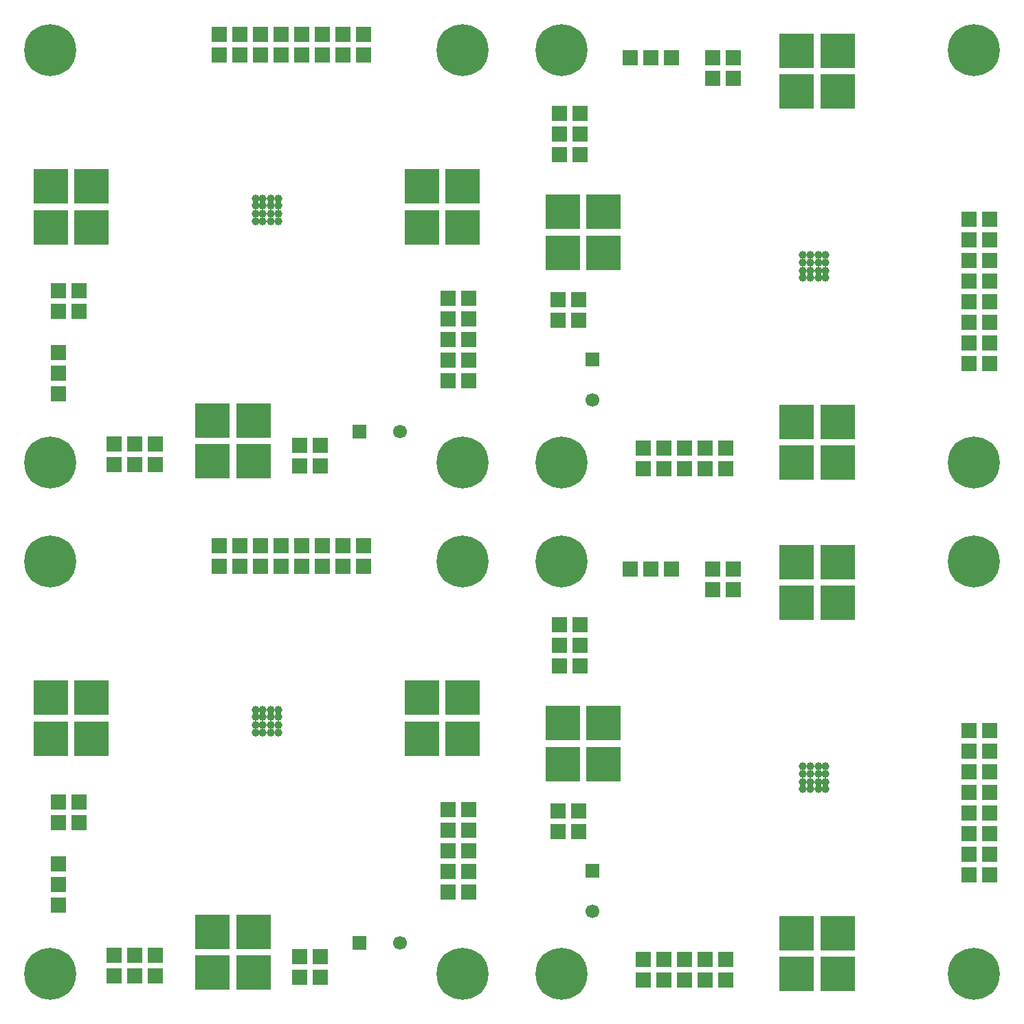
<source format=gbr>
G75*
G71*
%MOMM*%
%OFA0B0*%
%FSLAX53Y53*%
%IPPOS*%
%LPD*%
%ADD25C,1.00000*%
%ADD28C,1.70000*%
%ADD30C,6.40000*%
%ADD31R,4.21000X4.21000*%
%ADD33R,1.92400X1.92400*%
%ADD41C,0.15000*%
%ADD57R,1.70000X1.70000*%
X0000000Y0000000D02*
G01*
D41*
D57*
X0042926Y0008636D03*
D28*
X0047926Y0008636D03*
D33*
X0012637Y0004509D03*
X0012637Y0007049D03*
X0015177Y0004509D03*
X0015177Y0007049D03*
X0017717Y0004509D03*
X0017717Y0007049D03*
X0038097Y0006922D03*
X0038097Y0004382D03*
X0035560Y0006922D03*
X0035560Y0004382D03*
X0053848Y0025019D03*
X0056388Y0025019D03*
D31*
X0029845Y0004970D03*
X0029845Y0009970D03*
X0024765Y0004970D03*
X0024765Y0009970D03*
D33*
X0056388Y0022479D03*
X0053848Y0022479D03*
X0053848Y0019939D03*
X0056388Y0019939D03*
X0053848Y0017399D03*
X0056388Y0017399D03*
X0053848Y0014859D03*
X0056388Y0014859D03*
X0025654Y0057531D03*
X0025654Y0054991D03*
X0028194Y0057531D03*
X0028194Y0054991D03*
X0030734Y0054991D03*
X0030734Y0057531D03*
X0035814Y0057531D03*
X0035814Y0054991D03*
X0033274Y0057531D03*
X0033274Y0054991D03*
D31*
X0055626Y0033782D03*
X0050626Y0033782D03*
X0055626Y0038799D03*
X0050626Y0038799D03*
D33*
X0005779Y0018352D03*
X0005779Y0015812D03*
X0005779Y0013272D03*
X0008319Y0023432D03*
X0005779Y0023432D03*
X0040894Y0057531D03*
X0040894Y0054991D03*
X0038354Y0057531D03*
X0038354Y0054991D03*
X0008319Y0025972D03*
X0005779Y0025972D03*
X0043434Y0057531D03*
X0043434Y0054991D03*
D31*
X0004906Y0033782D03*
X0009906Y0033782D03*
X0004906Y0038799D03*
X0009906Y0038799D03*
D30*
X0055626Y0004826D03*
X0004826Y0055626D03*
X0055626Y0055626D03*
X0004826Y0004826D03*
D25*
X0032896Y0034541D03*
X0032896Y0035441D03*
X0032896Y0036441D03*
X0032896Y0037341D03*
X0031996Y0034541D03*
X0031996Y0035441D03*
X0031996Y0036441D03*
X0031996Y0037341D03*
X0030996Y0034541D03*
X0030996Y0035441D03*
X0030996Y0036441D03*
X0030996Y0037341D03*
X0030096Y0034541D03*
X0030096Y0035441D03*
X0030096Y0036441D03*
X0030096Y0037341D03*
X0000000Y0062990D02*
G01*
D41*
D57*
X0042926Y0071626D03*
D28*
X0047926Y0071626D03*
D33*
X0012637Y0067499D03*
X0012637Y0070039D03*
X0015177Y0067499D03*
X0015177Y0070039D03*
X0017717Y0067499D03*
X0017717Y0070039D03*
X0038097Y0069912D03*
X0038097Y0067372D03*
X0035560Y0069912D03*
X0035560Y0067372D03*
X0053848Y0088009D03*
X0056388Y0088009D03*
D31*
X0029845Y0067960D03*
X0029845Y0072960D03*
X0024765Y0067960D03*
X0024765Y0072960D03*
D33*
X0056388Y0085469D03*
X0053848Y0085469D03*
X0053848Y0082929D03*
X0056388Y0082929D03*
X0053848Y0080389D03*
X0056388Y0080389D03*
X0053848Y0077849D03*
X0056388Y0077849D03*
X0025654Y0120521D03*
X0025654Y0117981D03*
X0028194Y0120521D03*
X0028194Y0117981D03*
X0030734Y0117981D03*
X0030734Y0120521D03*
X0035814Y0120521D03*
X0035814Y0117981D03*
X0033274Y0120521D03*
X0033274Y0117981D03*
D31*
X0055626Y0096772D03*
X0050626Y0096772D03*
X0055626Y0101789D03*
X0050626Y0101789D03*
D33*
X0005779Y0081342D03*
X0005779Y0078802D03*
X0005779Y0076262D03*
X0008319Y0086422D03*
X0005779Y0086422D03*
X0040894Y0120521D03*
X0040894Y0117981D03*
X0038354Y0120521D03*
X0038354Y0117981D03*
X0008319Y0088962D03*
X0005779Y0088962D03*
X0043434Y0120521D03*
X0043434Y0117981D03*
D31*
X0004906Y0096772D03*
X0009906Y0096772D03*
X0004906Y0101789D03*
X0009906Y0101789D03*
D30*
X0055626Y0067816D03*
X0004826Y0118616D03*
X0055626Y0118616D03*
X0004826Y0067816D03*
D25*
X0032896Y0097531D03*
X0032896Y0098431D03*
X0032896Y0099431D03*
X0032896Y0100331D03*
X0031996Y0097531D03*
X0031996Y0098431D03*
X0031996Y0099431D03*
X0031996Y0100331D03*
X0030996Y0097531D03*
X0030996Y0098431D03*
X0030996Y0099431D03*
X0030996Y0100331D03*
X0030096Y0097531D03*
X0030096Y0098431D03*
X0030096Y0099431D03*
X0030096Y0100331D03*
X0062990Y0000000D02*
G01*
D41*
D57*
X0071626Y0017526D03*
D28*
X0071626Y0012526D03*
D33*
X0067499Y0047815D03*
X0070039Y0047815D03*
X0067499Y0045275D03*
X0070039Y0045275D03*
X0067499Y0042735D03*
X0070039Y0042735D03*
X0069912Y0022355D03*
X0067372Y0022355D03*
X0069912Y0024892D03*
X0067372Y0024892D03*
X0088009Y0006604D03*
X0088009Y0004064D03*
D31*
X0067960Y0030607D03*
X0072960Y0030607D03*
X0067960Y0035687D03*
X0072960Y0035687D03*
D33*
X0085469Y0004064D03*
X0085469Y0006604D03*
X0082929Y0006604D03*
X0082929Y0004064D03*
X0080389Y0006604D03*
X0080389Y0004064D03*
X0077849Y0006604D03*
X0077849Y0004064D03*
X0120521Y0034798D03*
X0117981Y0034798D03*
X0120521Y0032258D03*
X0117981Y0032258D03*
X0117981Y0029718D03*
X0120521Y0029718D03*
X0120521Y0024638D03*
X0117981Y0024638D03*
X0120521Y0027178D03*
X0117981Y0027178D03*
D31*
X0096772Y0004826D03*
X0096772Y0009826D03*
X0101789Y0004826D03*
X0101789Y0009826D03*
D33*
X0081342Y0054673D03*
X0078802Y0054673D03*
X0076262Y0054673D03*
X0086422Y0052133D03*
X0086422Y0054673D03*
X0120521Y0019558D03*
X0117981Y0019558D03*
X0120521Y0022098D03*
X0117981Y0022098D03*
X0088962Y0052133D03*
X0088962Y0054673D03*
X0120521Y0017018D03*
X0117981Y0017018D03*
D31*
X0096772Y0055546D03*
X0096772Y0050546D03*
X0101789Y0055546D03*
X0101789Y0050546D03*
D30*
X0067816Y0004826D03*
X0118616Y0055626D03*
X0118616Y0004826D03*
X0067816Y0055626D03*
D25*
X0097531Y0027556D03*
X0098431Y0027556D03*
X0099431Y0027556D03*
X0100331Y0027556D03*
X0097531Y0028456D03*
X0098431Y0028456D03*
X0099431Y0028456D03*
X0100331Y0028456D03*
X0097531Y0029456D03*
X0098431Y0029456D03*
X0099431Y0029456D03*
X0100331Y0029456D03*
X0097531Y0030356D03*
X0098431Y0030356D03*
X0099431Y0030356D03*
X0100331Y0030356D03*
X0062990Y0062990D02*
G01*
D41*
D57*
X0071626Y0080516D03*
D28*
X0071626Y0075516D03*
D33*
X0067499Y0110805D03*
X0070039Y0110805D03*
X0067499Y0108265D03*
X0070039Y0108265D03*
X0067499Y0105725D03*
X0070039Y0105725D03*
X0069912Y0085345D03*
X0067372Y0085345D03*
X0069912Y0087882D03*
X0067372Y0087882D03*
X0088009Y0069594D03*
X0088009Y0067054D03*
D31*
X0067960Y0093597D03*
X0072960Y0093597D03*
X0067960Y0098677D03*
X0072960Y0098677D03*
D33*
X0085469Y0067054D03*
X0085469Y0069594D03*
X0082929Y0069594D03*
X0082929Y0067054D03*
X0080389Y0069594D03*
X0080389Y0067054D03*
X0077849Y0069594D03*
X0077849Y0067054D03*
X0120521Y0097788D03*
X0117981Y0097788D03*
X0120521Y0095248D03*
X0117981Y0095248D03*
X0117981Y0092708D03*
X0120521Y0092708D03*
X0120521Y0087628D03*
X0117981Y0087628D03*
X0120521Y0090168D03*
X0117981Y0090168D03*
D31*
X0096772Y0067816D03*
X0096772Y0072816D03*
X0101789Y0067816D03*
X0101789Y0072816D03*
D33*
X0081342Y0117663D03*
X0078802Y0117663D03*
X0076262Y0117663D03*
X0086422Y0115123D03*
X0086422Y0117663D03*
X0120521Y0082548D03*
X0117981Y0082548D03*
X0120521Y0085088D03*
X0117981Y0085088D03*
X0088962Y0115123D03*
X0088962Y0117663D03*
X0120521Y0080008D03*
X0117981Y0080008D03*
D31*
X0096772Y0118536D03*
X0096772Y0113536D03*
X0101789Y0118536D03*
X0101789Y0113536D03*
D30*
X0067816Y0067816D03*
X0118616Y0118616D03*
X0118616Y0067816D03*
X0067816Y0118616D03*
D25*
X0097531Y0090546D03*
X0098431Y0090546D03*
X0099431Y0090546D03*
X0100331Y0090546D03*
X0097531Y0091446D03*
X0098431Y0091446D03*
X0099431Y0091446D03*
X0100331Y0091446D03*
X0097531Y0092446D03*
X0098431Y0092446D03*
X0099431Y0092446D03*
X0100331Y0092446D03*
X0097531Y0093346D03*
X0098431Y0093346D03*
X0099431Y0093346D03*
X0100331Y0093346D03*
M02*

</source>
